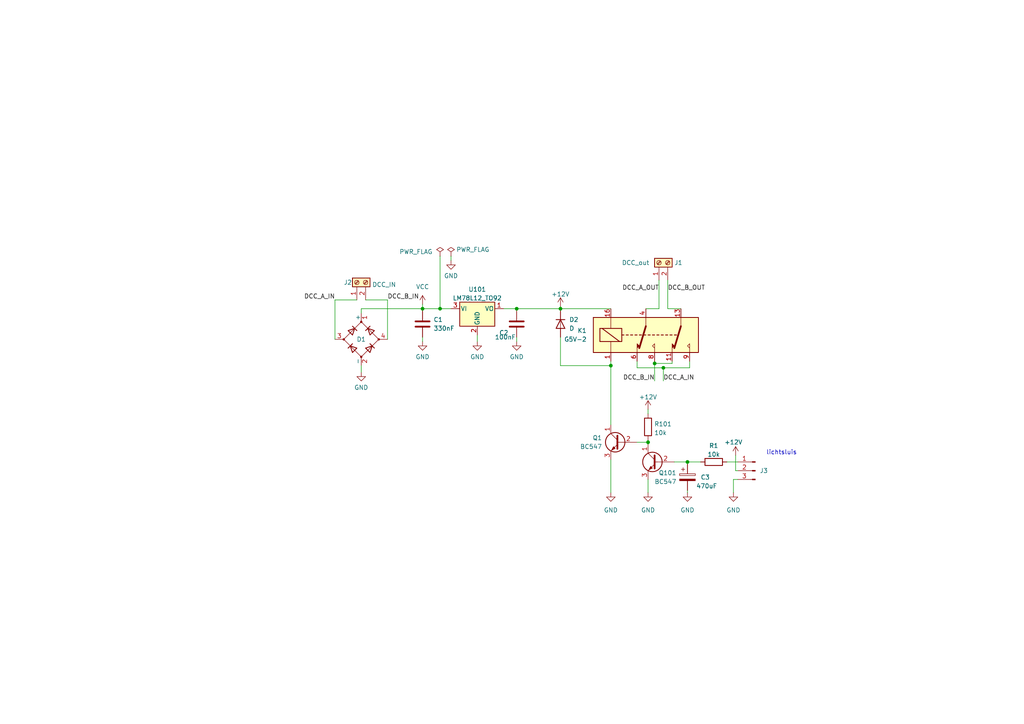
<source format=kicad_sch>
(kicad_sch (version 20231120) (generator "eeschema") (generator_version "8.0")
  (paper "A4")
  (lib_symbols
    (symbol "Connector:Conn_01x03_Male" (pin_names (offset 1.016) hide)
      (property "Reference" "J" (at 0 5.08 0))
      (property "Value" "Conn_01x03_Male" (at 0 -5.08 0))
      (symbol "Conn_01x03_Male_1_1"
        (polyline (pts (xy 1.27 -2.54) (xy 0.8636 -2.54)) (stroke (width 0.1524)))
        (polyline (pts (xy 1.27 0) (xy 0.8636 0)) (stroke (width 0.1524)))
        (polyline (pts (xy 1.27 2.54) (xy 0.8636 2.54)) (stroke (width 0.1524)))
        (rectangle (start 0.8636 -2.413) (end 0 -2.667) (stroke (width 0.1524)) (fill (type outline)))
        (rectangle (start 0.8636 0.127) (end 0 -0.127) (stroke (width 0.1524)) (fill (type outline)))
        (rectangle (start 0.8636 2.667) (end 0 2.413) (stroke (width 0.1524)) (fill (type outline)))
        (pin passive line (at 5.08 2.54 180) (length 3.81) (name "Pin_1") (number "1"))
        (pin passive line (at 5.08 0 180) (length 3.81) (name "Pin_2") (number "2"))
        (pin passive line (at 5.08 -2.54 180) (length 3.81) (name "Pin_3") (number "3"))
      )
    )
    (symbol "Connector:Screw_Terminal_01x02" (pin_names (offset 1.016) hide)
      (property "Reference" "J" (at 0 2.54 0))
      (property "Value" "Screw_Terminal_01x02" (at 0 -5.08 0))
      (symbol "Screw_Terminal_01x02_1_1"
        (rectangle (start -1.27 1.27) (end 1.27 -3.81) (stroke (width 0.254)) (fill (type background)))
        (circle (center 0 -2.54) (radius 0.635) (stroke (width 0.1524)))
        (polyline (pts (xy -0.5334 -2.2098) (xy 0.3302 -3.048)) (stroke (width 0.1524)))
        (polyline (pts (xy -0.5334 0.3302) (xy 0.3302 -0.508)) (stroke (width 0.1524)))
        (polyline (pts (xy -0.3556 -2.032) (xy 0.508 -2.8702)) (stroke (width 0.1524)))
        (polyline (pts (xy -0.3556 0.508) (xy 0.508 -0.3302)) (stroke (width 0.1524)))
        (circle (center 0 0) (radius 0.635) (stroke (width 0.1524)))
        (pin passive line (at -5.08 0 0) (length 3.81) (name "Pin_1") (number "1"))
        (pin passive line (at -5.08 -2.54 0) (length 3.81) (name "Pin_2") (number "2"))
      )
    )
    (symbol "Device:C" (pin_numbers hide) (pin_names (offset 0.254))
      (property "Reference" "C" (at 0.635 2.54 0))
      (property "Value" "C" (at 0.635 -2.54 0))
      (symbol "C_0_1"
        (polyline (pts (xy -2.032 -0.762) (xy 2.032 -0.762)) (stroke (width 0.508)))
        (polyline (pts (xy -2.032 0.762) (xy 2.032 0.762)) (stroke (width 0.508)))
      )
      (symbol "C_1_1"
        (pin passive line (at 0 3.81 270) (length 2.794) (name "~") (number "1"))
        (pin passive line (at 0 -3.81 90) (length 2.794) (name "~") (number "2"))
      )
    )
    (symbol "Device:C_Polarized" (pin_numbers hide) (pin_names (offset 0.254))
      (property "Reference" "C" (at 0.635 2.54 0))
      (property "Value" "C_Polarized" (at 0.635 -2.54 0))
      (symbol "C_Polarized_0_1"
        (rectangle (start -2.286 0.508) (end 2.286 1.016))
        (polyline (pts (xy -1.778 2.286) (xy -0.762 2.286)))
        (polyline (pts (xy -1.27 2.794) (xy -1.27 1.778)))
        (rectangle (start 2.286 -0.508) (end -2.286 -1.016) (fill (type outline)))
      )
      (symbol "C_Polarized_1_1"
        (pin passive line (at 0 3.81 270) (length 2.794) (name "~") (number "1"))
        (pin passive line (at 0 -3.81 90) (length 2.794) (name "~") (number "2"))
      )
    )
    (symbol "Device:D" (pin_numbers hide) (pin_names (offset 1.016) hide)
      (property "Reference" "D" (at 0 2.54 0))
      (property "Value" "D" (at 0 -2.54 0))
      (symbol "D_0_1"
        (polyline (pts (xy -1.27 1.27) (xy -1.27 -1.27)) (stroke (width 0.254)))
        (polyline (pts (xy 1.27 0) (xy -1.27 0)))
        (polyline (pts (xy 1.27 1.27) (xy 1.27 -1.27) (xy -1.27 0) (xy 1.27 1.27)) (stroke (width 0.254)))
      )
      (symbol "D_1_1"
        (pin passive line (at -3.81 0 0) (length 2.54) (name "K") (number "1"))
        (pin passive line (at 3.81 0 180) (length 2.54) (name "A") (number "2"))
      )
    )
    (symbol "Device:D_Bridge_+-AA" (pin_names (offset 0))
      (property "Reference" "D" (at 2.54 6.985 0))
      (property "Value" "D_Bridge_+-AA" (at 2.54 5.08 0))
      (symbol "D_Bridge_+-AA_0_1"
        (circle (center -5.08 0) (radius 0.254) (fill (type outline)))
        (circle (center 0 -5.08) (radius 0.254) (fill (type outline)))
        (polyline (pts (xy -2.54 3.81) (xy -1.27 2.54)) (stroke (width 0.254)))
        (polyline (pts (xy -1.27 -2.54) (xy -2.54 -3.81)) (stroke (width 0.254)))
        (polyline (pts (xy 2.54 -1.27) (xy 3.81 -2.54)) (stroke (width 0.254)))
        (polyline (pts (xy 2.54 1.27) (xy 3.81 2.54)) (stroke (width 0.254)))
        (polyline (pts (xy -3.81 2.54) (xy -2.54 1.27) (xy -1.905 3.175) (xy -3.81 2.54)) (stroke (width 0.254)))
        (polyline (pts (xy -2.54 -1.27) (xy -3.81 -2.54) (xy -1.905 -3.175) (xy -2.54 -1.27)) (stroke (width 0.254)))
        (polyline (pts (xy 1.27 2.54) (xy 2.54 3.81) (xy 3.175 1.905) (xy 1.27 2.54)) (stroke (width 0.254)))
        (polyline (pts (xy 3.175 -1.905) (xy 1.27 -2.54) (xy 2.54 -3.81) (xy 3.175 -1.905)) (stroke (width 0.254)))
        (polyline (pts (xy -5.08 0) (xy 0 -5.08) (xy 5.08 0) (xy 0 5.08) (xy -5.08 0)))
        (circle (center 0 5.08) (radius 0.254) (fill (type outline)))
        (circle (center 5.08 0) (radius 0.254) (fill (type outline)))
      )
      (symbol "D_Bridge_+-AA_1_1"
        (pin passive line (at 7.62 0 180) (length 2.54) (name "+") (number "1"))
        (pin passive line (at -7.62 0 0) (length 2.54) (name "-") (number "2"))
        (pin passive line (at 0 7.62 270) (length 2.54) (name "~") (number "3"))
        (pin passive line (at 0 -7.62 90) (length 2.54) (name "~") (number "4"))
      )
    )
    (symbol "Device:R" (pin_numbers hide) (pin_names (offset 0))
      (property "Reference" "R" (at 2.032 0 90))
      (property "Value" "R" (at 0 0 90))
      (symbol "R_0_1"
        (rectangle (start -1.016 -2.54) (end 1.016 2.54) (stroke (width 0.254)))
      )
      (symbol "R_1_1"
        (pin passive line (at 0 3.81 270) (length 1.27) (name "~") (number "1"))
        (pin passive line (at 0 -3.81 90) (length 1.27) (name "~") (number "2"))
      )
    )
    (symbol "Regulator_Linear:LM78L12_TO92" (pin_names (offset 0.254))
      (property "Reference" "U" (at -3.81 3.175 0))
      (property "Value" "LM78L12_TO92" (at 0 3.175 0))
      (symbol "LM78L12_TO92_0_1"
        (rectangle (start -5.08 -5.08) (end 5.08 1.905) (stroke (width 0.254)) (fill (type background)))
      )
      (symbol "LM78L12_TO92_1_1"
        (pin power_out line (at 7.62 0 180) (length 2.54) (name "VO") (number "1"))
        (pin power_in line (at 0 -7.62 90) (length 2.54) (name "GND") (number "2"))
        (pin power_in line (at -7.62 0 0) (length 2.54) (name "VI") (number "3"))
      )
    )
    (symbol "Relay:G5V-2"
      (property "Reference" "K" (at 16.51 3.81 0))
      (property "Value" "G5V-2" (at 16.51 1.27 0))
      (symbol "G5V-2_0_1"
        (rectangle (start -15.24 5.08) (end 15.24 -5.08) (stroke (width 0.254)) (fill (type background)))
        (rectangle (start -13.335 1.905) (end -6.985 -1.905) (stroke (width 0.254)))
        (polyline (pts (xy -12.7 -1.905) (xy -7.62 1.905)) (stroke (width 0.254)))
        (polyline (pts (xy -10.16 -5.08) (xy -10.16 -1.905)))
        (polyline (pts (xy -10.16 5.08) (xy -10.16 1.905)))
        (polyline (pts (xy -6.985 0) (xy -6.35 0)) (stroke (width 0.254)))
        (polyline (pts (xy -5.715 0) (xy -5.08 0)) (stroke (width 0.254)))
        (polyline (pts (xy -4.445 0) (xy -3.81 0)) (stroke (width 0.254)))
        (polyline (pts (xy -3.175 0) (xy -2.54 0)) (stroke (width 0.254)))
        (polyline (pts (xy -1.905 0) (xy -1.27 0)) (stroke (width 0.254)))
        (polyline (pts (xy -0.635 0) (xy 0 0)) (stroke (width 0.254)))
        (polyline (pts (xy 0 -2.54) (xy -1.905 3.81)) (stroke (width 0.508)))
        (polyline (pts (xy 0 -2.54) (xy 0 -5.08)))
        (polyline (pts (xy 0.635 0) (xy 1.27 0)) (stroke (width 0.254)))
        (polyline (pts (xy 1.905 0) (xy 2.54 0)) (stroke (width 0.254)))
        (polyline (pts (xy 3.175 0) (xy 3.81 0)) (stroke (width 0.254)))
        (polyline (pts (xy 4.445 0) (xy 5.08 0)) (stroke (width 0.254)))
        (polyline (pts (xy 5.715 0) (xy 6.35 0)) (stroke (width 0.254)))
        (polyline (pts (xy 6.985 0) (xy 7.62 0)) (stroke (width 0.254)))
        (polyline (pts (xy 8.255 0) (xy 8.89 0)) (stroke (width 0.254)))
        (polyline (pts (xy 10.16 -2.54) (xy 8.255 3.81)) (stroke (width 0.508)))
        (polyline (pts (xy 10.16 -2.54) (xy 10.16 -5.08)))
        (polyline (pts (xy -2.54 5.08) (xy -2.54 2.54) (xy -1.905 3.175) (xy -2.54 3.81)) (fill (type outline)))
        (polyline (pts (xy 2.54 5.08) (xy 2.54 2.54) (xy 1.905 3.175) (xy 2.54 3.81)))
        (polyline (pts (xy 7.62 5.08) (xy 7.62 2.54) (xy 8.255 3.175) (xy 7.62 3.81)) (fill (type outline)))
        (polyline (pts (xy 12.7 5.08) (xy 12.7 2.54) (xy 12.065 3.175) (xy 12.7 3.81)))
      )
      (symbol "G5V-2_1_1"
        (pin passive line (at -10.16 7.62 270) (length 2.54) (name "~") (number "1"))
        (pin passive line (at 7.62 7.62 270) (length 2.54) (name "~") (number "11"))
        (pin passive line (at 10.16 -7.62 90) (length 2.54) (name "~") (number "13"))
        (pin passive line (at -10.16 -7.62 90) (length 2.54) (name "~") (number "16"))
        (pin passive line (at 0 -7.62 90) (length 2.54) (name "~") (number "4"))
        (pin passive line (at -2.54 7.62 270) (length 2.54) (name "~") (number "6"))
        (pin passive line (at 2.54 7.62 270) (length 2.54) (name "~") (number "8"))
        (pin passive line (at 12.7 7.62 270) (length 2.54) (name "~") (number "9"))
      )
    )
    (symbol "Transistor_BJT:BC547" (pin_names (offset 0) hide)
      (property "Reference" "Q" (at 5.08 1.905 0))
      (property "Value" "BC547" (at 5.08 0 0))
      (symbol "BC547_0_1"
        (polyline (pts (xy 0 0) (xy 0.635 0)))
        (polyline (pts (xy 0.635 0.635) (xy 2.54 2.54)))
        (polyline (pts (xy 0.635 -0.635) (xy 2.54 -2.54) (xy 2.54 -2.54)))
        (polyline (pts (xy 0.635 1.905) (xy 0.635 -1.905) (xy 0.635 -1.905)) (stroke (width 0.508)))
        (polyline (pts (xy 1.27 -1.778) (xy 1.778 -1.27) (xy 2.286 -2.286) (xy 1.27 -1.778) (xy 1.27 -1.778)) (fill (type outline)))
        (circle (center 1.27 0) (radius 2.8194) (stroke (width 0.254)))
      )
      (symbol "BC547_1_1"
        (pin passive line (at 2.54 5.08 270) (length 2.54) (name "C") (number "1"))
        (pin input line (at -5.08 0 0) (length 5.08) (name "B") (number "2"))
        (pin passive line (at 2.54 -5.08 90) (length 2.54) (name "E") (number "3"))
      )
    )
    (symbol "power:+12V" (power) (pin_names (offset 0))
      (property "Value" "+12V" (at 0 3.556 0))
      (symbol "+12V_0_1"
        (polyline (pts (xy -0.762 1.27) (xy 0 2.54)))
        (polyline (pts (xy 0 0) (xy 0 2.54)))
        (polyline (pts (xy 0 2.54) (xy 0.762 1.27)))
      )
      (symbol "+12V_1_1"
        (pin power_in line (at 0 0 90) (length 0) hide (name "+12V") (number "1"))
      )
    )
    (symbol "power:GND" (power) (pin_names (offset 0))
      (property "Value" "GND" (at 0 -3.81 0))
      (symbol "GND_0_1"
        (polyline (pts (xy 0 0) (xy 0 -1.27) (xy 1.27 -1.27) (xy 0 -2.54) (xy -1.27 -1.27) (xy 0 -1.27)))
      )
      (symbol "GND_1_1"
        (pin power_in line (at 0 0 270) (length 0) hide (name "GND") (number "1"))
      )
    )
    (symbol "power:PWR_FLAG" (power) (pin_numbers hide) (pin_names (offset 0) hide)
      (property "Value" "PWR_FLAG" (at 0 3.81 0))
      (symbol "PWR_FLAG_0_0"
        (pin power_out line (at 0 0 90) (length 0) (name "pwr") (number "1"))
      )
      (symbol "PWR_FLAG_0_1"
        (polyline (pts (xy 0 0) (xy 0 1.27) (xy -1.016 1.905) (xy 0 2.54) (xy 1.016 1.905) (xy 0 1.27)))
      )
    )
    (symbol "power:VCC" (power) (pin_names (offset 0))
      (property "Value" "VCC" (at 0 3.81 0))
      (symbol "VCC_0_1"
        (polyline (pts (xy -0.762 1.27) (xy 0 2.54)))
        (polyline (pts (xy 0 0) (xy 0 2.54)))
        (polyline (pts (xy 0 2.54) (xy 0.762 1.27)))
      )
      (symbol "VCC_1_1"
        (pin power_in line (at 0 0 90) (length 0) hide (name "VCC") (number "1"))
      )
    )
  )
  (junction (at 122.555 89.535))
  (junction (at 127.635 89.535))
  (junction (at 162.56 89.535))
  (junction (at 177.165 106.045))
  (junction (at 187.96 128.27))
  (junction (at 192.405 106.68))
  (junction (at 199.39 133.985))
  (junction (at 149.86 89.535))
  (junction (at 189.865 105.41))
  (wire (pts (xy 112.395 86.995) (xy 112.395 98.425)))
  (wire (pts (xy 187.96 127.635) (xy 187.96 128.27)))
  (wire (pts (xy 162.56 89.535) (xy 177.165 89.535)))
  (wire (pts (xy 162.56 90.17) (xy 162.56 89.535)))
  (wire (pts (xy 122.555 88.265) (xy 122.555 89.535)))
  (wire (pts (xy 177.165 133.35) (xy 177.165 142.875)))
  (wire (pts (xy 210.82 133.985) (xy 213.995 133.985)))
  (wire (pts (xy 106.045 86.995) (xy 112.395 86.995)))
  (wire (pts (xy 189.865 105.41) (xy 194.945 105.41)))
  (wire (pts (xy 177.165 104.775) (xy 177.165 106.045)))
  (wire (pts (xy 203.2 133.985) (xy 199.39 133.985)))
  (wire (pts (xy 212.725 139.065) (xy 213.995 139.065)))
  (wire (pts (xy 189.865 105.41) (xy 189.865 110.49)))
  (wire (pts (xy 194.945 104.775) (xy 194.945 105.41)))
  (wire (pts (xy 184.785 106.68) (xy 184.785 104.775)))
  (wire (pts (xy 177.165 106.045) (xy 177.165 123.19)))
  (wire (pts (xy 187.325 89.535) (xy 191.135 89.535)))
  (wire (pts (xy 189.865 104.775) (xy 189.865 105.41)))
  (wire (pts (xy 162.56 106.045) (xy 177.165 106.045)))
  (wire (pts (xy 200.025 104.775) (xy 200.025 106.68)))
  (wire (pts (xy 192.405 106.68) (xy 192.405 110.49)))
  (wire (pts (xy 130.81 74.295) (xy 130.81 75.565)))
  (wire (pts (xy 213.36 136.525) (xy 213.995 136.525)))
  (wire (pts (xy 122.555 90.17) (xy 122.555 89.535)))
  (wire (pts (xy 199.39 133.985) (xy 195.58 133.985)))
  (wire (pts (xy 187.96 142.875) (xy 187.96 139.065)))
  (wire (pts (xy 162.56 97.79) (xy 162.56 106.045)))
  (wire (pts (xy 138.43 97.155) (xy 138.43 99.06)))
  (wire (pts (xy 127.635 74.295) (xy 127.635 89.535)))
  (wire (pts (xy 104.775 106.045) (xy 104.775 107.95)))
  (wire (pts (xy 149.86 97.79) (xy 149.86 99.06)))
  (wire (pts (xy 187.96 118.745) (xy 187.96 120.015)))
  (wire (pts (xy 103.505 86.995) (xy 97.155 86.995)))
  (wire (pts (xy 192.405 106.68) (xy 184.785 106.68)))
  (wire (pts (xy 199.39 142.24) (xy 199.39 142.875)))
  (wire (pts (xy 193.675 89.535) (xy 197.485 89.535)))
  (wire (pts (xy 97.155 86.995) (xy 97.155 98.425)))
  (wire (pts (xy 146.05 89.535) (xy 149.86 89.535)))
  (wire (pts (xy 191.135 81.28) (xy 191.135 89.535)))
  (wire (pts (xy 104.775 89.535) (xy 104.775 90.805)))
  (wire (pts (xy 122.555 89.535) (xy 127.635 89.535)))
  (wire (pts (xy 187.96 128.27) (xy 187.96 128.905)))
  (wire (pts (xy 162.56 88.9) (xy 162.56 89.535)))
  (wire (pts (xy 199.39 133.985) (xy 199.39 134.62)))
  (wire (pts (xy 212.725 139.065) (xy 212.725 142.875)))
  (wire (pts (xy 193.675 81.28) (xy 193.675 89.535)))
  (wire (pts (xy 200.025 106.68) (xy 192.405 106.68)))
  (wire (pts (xy 184.785 128.27) (xy 187.96 128.27)))
  (wire (pts (xy 122.555 97.79) (xy 122.555 99.06)))
  (wire (pts (xy 127.635 89.535) (xy 130.81 89.535)))
  (wire (pts (xy 149.86 89.535) (xy 162.56 89.535)))
  (wire (pts (xy 213.36 132.08) (xy 213.36 136.525)))
  (wire (pts (xy 104.775 89.535) (xy 122.555 89.535)))
  (wire (pts (xy 149.86 90.17) (xy 149.86 89.535)))
  (text "lichtsluis" (at 222.25 132.08 0) (effects (font (size 1.27 1.27)) (justify left bottom)))
  (label "DCC_B_IN" (at 189.865 110.49 180))
  (label "DCC_B_OUT" (at 193.675 84.455 0))
  (label "DCC_A_IN" (at 192.405 110.49 0))
  (label "DCC_A_IN" (at 97.155 86.995 180))
  (label "DCC_B_IN" (at 112.395 86.995 0))
  (label "DCC_A_OUT" (at 191.135 84.455 180))
  (symbol (lib_id "Regulator_Linear:LM78L12_TO92") (at 138.43 89.535 0) (unit 1)
    (property "Reference" "U101" (at 138.43 83.9302 0))
    (property "Value" "LM78L12_TO92" (at 138.43 86.4671 0))
    (property "Footprint" "Package_TO_SOT_THT:TO-92_Inline_Wide" (effects (hide yes)))
    (property "Datasheet" "https://www.onsemi.com/pub/Collateral/MC78L06A-D.pdf" (effects (hide yes)))
  )
  (symbol (lib_id "power:GND") (at 122.555 99.06 0) (unit 1)
    (property "Reference" "#PWR0109" (effects (hide yes)))
    (property "Value" "GND" (at 122.555 103.505 0))
  )
  (symbol (lib_id "power:PWR_FLAG") (at 127.635 74.295 0) (unit 1)
    (property "Reference" "#FLG0101" (effects (hide yes)))
    (property "Value" "PWR_FLAG" (at 120.65 73.025 0))
  )
  (symbol (lib_id "power:GND") (at 177.165 142.875 0) (unit 1)
    (property "Reference" "#PWR0101" (effects (hide yes)))
    (property "Value" "GND" (at 177.165 147.955 0))
  )
  (symbol (lib_id "power:GND") (at 187.96 142.875 0) (unit 1)
    (property "Reference" "#PWR0104" (effects (hide yes)))
    (property "Value" "GND" (at 187.96 147.955 0))
  )
  (symbol (lib_id "power:+12V") (at 162.56 88.9 0) (unit 1)
    (property "Reference" "#PWR0113" (effects (hide yes)))
    (property "Value" "+12V" (at 162.56 85.3242 0))
  )
  (symbol (lib_id "power:+12V") (at 213.36 132.08 0) (unit 1)
    (property "Reference" "#PWR0103" (effects (hide yes)))
    (property "Value" "+12V" (at 212.725 128.27 0))
  )
  (symbol (lib_id "Device:C") (at 122.555 93.98 0) (unit 1)
    (property "Reference" "C1" (at 125.73 92.7099 0) (effects (justify left)))
    (property "Value" "330nF" (at 125.73 95.2499 0) (effects (justify left)))
    (property "Footprint" "Capacitor_THT:C_Disc_D3.0mm_W2.0mm_P2.50mm" (effects (hide yes)))
  )
  (symbol (lib_id "Device:R") (at 187.96 123.825 180) (unit 1)
    (property "Reference" "R101" (at 189.738 122.9903 0) (effects (justify right)))
    (property "Value" "10k" (at 189.738 125.5272 0) (effects (justify right)))
    (property "Footprint" "Resistor_THT:R_Axial_DIN0207_L6.3mm_D2.5mm_P7.62mm_Horizontal" (effects (hide yes)))
  )
  (symbol (lib_id "power:GND") (at 138.43 99.06 0) (unit 1)
    (property "Reference" "#PWR0107" (effects (hide yes)))
    (property "Value" "GND" (at 138.43 103.505 0))
  )
  (symbol (lib_id "power:GND") (at 149.86 99.06 0) (unit 1)
    (property "Reference" "#PWR0106" (effects (hide yes)))
    (property "Value" "GND" (at 149.86 103.505 0))
  )
  (symbol (lib_id "Relay:G5V-2") (at 187.325 97.155 0) (mirror x) (unit 1)
    (property "Reference" "K1" (at 170.18 95.8849 0) (effects (justify right)))
    (property "Value" "G5V-2" (at 170.18 98.4249 0) (effects (justify right)))
    (property "Footprint" "Relay_THT:Relay_DPDT_Omron_G5V-2" (effects (hide yes)))
    (property "Datasheet" "http://omronfs.omron.com/en_US/ecb/products/pdf/en-g5v_2.pdf" (effects (hide yes)))
  )
  (symbol (lib_id "Device:C") (at 149.86 93.98 0) (unit 1)
    (property "Reference" "C2" (at 144.78 96.52 0) (effects (justify left)))
    (property "Value" "100nF" (at 143.51 97.79 0) (effects (justify left)))
    (property "Footprint" "Capacitor_THT:C_Disc_D3.0mm_W2.0mm_P2.50mm" (effects (hide yes)))
  )
  (symbol (lib_id "power:PWR_FLAG") (at 130.81 74.295 0) (unit 1)
    (property "Reference" "#FLG0102" (effects (hide yes)))
    (property "Value" "PWR_FLAG" (at 137.16 72.39 0))
  )
  (symbol (lib_id "Device:D") (at 162.56 93.98 270) (unit 1)
    (property "Reference" "D2" (at 165.1 92.7099 90) (effects (justify left)))
    (property "Value" "D" (at 165.1 95.2499 90) (effects (justify left)))
    (property "Footprint" "Diode_THT:D_DO-34_SOD68_P7.62mm_Horizontal" (effects (hide yes)))
  )
  (symbol (lib_id "Transistor_BJT:BC547") (at 190.5 133.985 0) (mirror y) (unit 1)
    (property "Reference" "Q101" (at 196.215 137.16 0) (effects (justify left)))
    (property "Value" "BC547" (at 196.215 139.7 0) (effects (justify left)))
    (property "Footprint" "Package_TO_SOT_THT:TO-92_Inline_Wide" (effects (hide yes)))
    (property "Datasheet" "https://www.onsemi.com/pub/Collateral/BC550-D.pdf" (effects (hide yes)))
  )
  (symbol (lib_id "Connector:Conn_01x03_Male") (at 219.075 136.525 0) (mirror y) (unit 1)
    (property "Reference" "J3" (at 220.345 136.5249 0) (effects (justify right)))
    (property "Value" "Conn_01x03_Male" (effects (hide yes)))
    (property "Footprint" "Connector_PinHeader_2.54mm:PinHeader_1x03_P2.54mm_Horizontal" (effects (hide yes)))
  )
  (symbol (lib_id "Device:C_Polarized") (at 199.39 138.43 0) (unit 1)
    (property "Reference" "C3" (at 203.2 138.43 0) (effects (justify left)))
    (property "Value" "470uF" (at 201.93 140.97 0) (effects (justify left)))
    (property "Footprint" "Capacitor_THT:CP_Radial_D8.0mm_P3.50mm" (effects (hide yes)))
  )
  (symbol (lib_id "power:GND") (at 212.725 142.875 0) (unit 1)
    (property "Reference" "#PWR0102" (effects (hide yes)))
    (property "Value" "GND" (at 212.725 147.955 0))
  )
  (symbol (lib_id "Connector:Screw_Terminal_01x02") (at 191.135 76.2 90) (unit 1)
    (property "Reference" "J1" (at 195.58 76.2 90) (effects (justify right)))
    (property "Value" "DCC_out" (at 180.34 76.2 90) (effects (justify right)))
    (property "Footprint" "TerminalBlock_Phoenix:TerminalBlock_Phoenix_MKDS-1,5-2-5.08_1x02_P5.08mm_Horizontal" (effects (hide yes)))
  )
  (symbol (lib_id "power:+12V") (at 187.96 118.745 0) (unit 1)
    (property "Reference" "#PWR0112" (effects (hide yes)))
    (property "Value" "+12V" (at 187.96 115.1692 0))
  )
  (symbol (lib_id "Device:D_Bridge_+-AA") (at 104.775 98.425 90) (unit 1)
    (property "Reference" "D1" (at 104.775 98.425 90))
    (property "Value" "D_Bridge_+-AA" (effects (hide yes)))
    (property "Footprint" "Diode_THT:Diode_Bridge_DIP-4_W7.62mm_P5.08mm" (effects (hide yes)))
  )
  (symbol (lib_id "power:VCC") (at 122.555 88.265 0) (unit 1)
    (property "Reference" "#PWR0108" (effects (hide yes)))
    (property "Value" "VCC" (at 122.555 83.185 0))
  )
  (symbol (lib_id "power:GND") (at 104.775 107.95 0) (unit 1)
    (property "Reference" "#PWR0105" (effects (hide yes)))
    (property "Value" "GND" (at 104.775 112.395 0))
  )
  (symbol (lib_id "Device:R") (at 207.01 133.985 90) (unit 1)
    (property "Reference" "R1" (at 207.01 129.2692 90))
    (property "Value" "10k" (at 207.01 131.8061 90))
    (property "Footprint" "Resistor_THT:R_Axial_DIN0207_L6.3mm_D2.5mm_P7.62mm_Horizontal" (effects (hide yes)))
  )
  (symbol (lib_id "power:GND") (at 130.81 75.565 0) (unit 1)
    (property "Reference" "#PWR0110" (effects (hide yes)))
    (property "Value" "GND" (at 130.81 80.01 0))
  )
  (symbol (lib_id "Transistor_BJT:BC547") (at 179.705 128.27 0) (mirror y) (unit 1)
    (property "Reference" "Q1" (at 174.625 126.9999 0) (effects (justify left)))
    (property "Value" "BC547" (at 174.625 129.5399 0) (effects (justify left)))
    (property "Footprint" "Package_TO_SOT_THT:TO-92_Inline_Wide" (effects (hide yes)))
    (property "Datasheet" "https://www.onsemi.com/pub/Collateral/BC550-D.pdf" (effects (hide yes)))
  )
  (symbol (lib_id "power:GND") (at 199.39 142.875 0) (unit 1)
    (property "Reference" "#PWR0111" (effects (hide yes)))
    (property "Value" "GND" (at 199.39 147.955 0))
  )
  (symbol (lib_id "Connector:Screw_Terminal_01x02") (at 103.505 81.915 90) (unit 1)
    (property "Reference" "J2" (at 99.695 81.915 90) (effects (justify right)))
    (property "Value" "DCC_IN" (at 107.95 82.55 90) (effects (justify right)))
    (property "Footprint" "TerminalBlock_Phoenix:TerminalBlock_Phoenix_MKDS-1,5-2-5.08_1x02_P5.08mm_Horizontal" (effects (hide yes)))
  )
)
</source>
